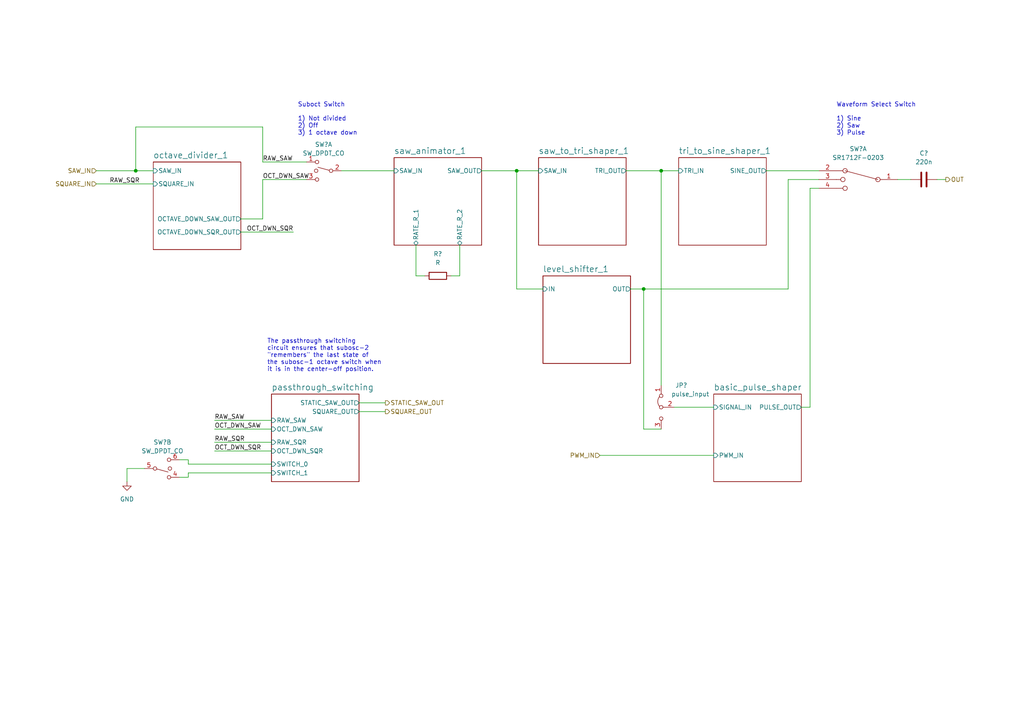
<source format=kicad_sch>
(kicad_sch (version 20211123) (generator eeschema)
  (paper "A4")
  (title_block (title "Josh Ox Ribon Synth Main VCO board") (date "2022-06-18") (rev "0") (comment 2 "creativecommons.org/licences/by/4.0") (comment 3 "license: CC by 4.0") (comment 4 "Author: Jordan Acete"))
  (lib_symbols
    (symbol "Device:C" (pin_numbers hide) (pin_names (offset 0.254))
      (property "Reference" "C" (at 0.635 2.54 0))
      (property "Value" "C" (at 0.635 -2.54 0))
      (symbol "C_0_1"
        (polyline (pts (xy -2.032 -0.762) (xy 2.032 -0.762)) (stroke (width 0.508)))
        (polyline (pts (xy -2.032 0.762) (xy 2.032 0.762)) (stroke (width 0.508)))
      )
      (symbol "C_1_1"
        (pin passive line (at 0 3.81 270) (length 2.794) (name "~") (number "1"))
        (pin passive line (at 0 -3.81 90) (length 2.794) (name "~") (number "2"))
      )
    )
    (symbol "Device:R" (pin_numbers hide) (pin_names (offset 0))
      (property "Reference" "R" (at 2.032 0 90))
      (property "Value" "R" (at 0 0 90))
      (symbol "R_0_1"
        (rectangle (start -1.016 -2.54) (end 1.016 2.54) (stroke (width 0.254)))
      )
      (symbol "R_1_1"
        (pin passive line (at 0 3.81 270) (length 1.27) (name "~") (number "1"))
        (pin passive line (at 0 -3.81 90) (length 1.27) (name "~") (number "2"))
      )
    )
    (symbol "Jumper:Jumper_3_Bridged12" (pin_names (offset 0) hide)
      (property "Reference" "JP" (at -2.54 -2.54 0))
      (property "Value" "Jumper_3_Bridged12" (at 0 2.794 0))
      (symbol "Jumper_3_Bridged12_0_0"
        (circle (center -3.302 0) (radius 0.508))
        (circle (center 0 0) (radius 0.508))
        (circle (center 3.302 0) (radius 0.508))
      )
      (symbol "Jumper_3_Bridged12_0_1"
        (arc (start -0.254 0.508) (mid -1.651 0.9912) (end -3.048 0.508))
        (polyline (pts (xy 0 -1.27) (xy 0 -0.508)))
      )
      (symbol "Jumper_3_Bridged12_1_1"
        (pin passive line (at -6.35 0 0) (length 2.54) (name "A") (number "1"))
        (pin passive line (at 0 -3.81 90) (length 2.54) (name "C") (number "2"))
        (pin passive line (at 6.35 0 180) (length 2.54) (name "B") (number "3"))
      )
    )
    (symbol "custom_symbols:SR1712F-0203" (pin_names (offset 1.016) hide)
      (property "Reference" "SW" (at 0 5.08 0))
      (property "Value" "SR1712F-0203" (at 0 -5.08 0))
      (symbol "SR1712F-0203_0_0"
        (circle (center -4.445 0) (radius 0.635))
        (polyline (pts (xy -4.445 0) (xy 5.08 2.54)))
        (polyline (pts (xy 5.715 -2.54) (xy 7.62 -2.54)))
        (polyline (pts (xy 5.715 2.54) (xy 7.62 2.54)))
        (polyline (pts (xy 6.35 0) (xy 7.62 0)))
        (circle (center 5.08 -2.54) (radius 0.635))
        (circle (center 5.08 2.54) (radius 0.635))
        (circle (center 5.715 0) (radius 0.635))
      )
      (symbol "SR1712F-0203_1_1"
        (pin passive line (at -10.16 0 0) (length 5.08) (name "1") (number "1"))
        (pin passive line (at 12.7 2.54 180) (length 5.08) (name "2") (number "2"))
        (pin passive line (at 12.7 0 180) (length 5.08) (name "3") (number "3"))
        (pin passive line (at 12.7 -2.54 180) (length 5.08) (name "4") (number "4"))
      )
      (symbol "SR1712F-0203_2_1"
        (pin passive line (at -10.16 0 0) (length 5.08) (name "10") (number "10"))
        (pin passive line (at 12.7 2.54 180) (length 5.08) (name "6") (number "6"))
        (pin passive line (at 12.7 0 180) (length 5.08) (name "7") (number "7"))
        (pin passive line (at 12.7 -2.54 180) (length 5.08) (name "8") (number "8"))
      )
    )
    (symbol "custom_symbols:SW_DPDT_CO" (pin_names (offset 0) hide)
      (property "Reference" "SW" (at 0 5.08 0))
      (property "Value" "SW_DPDT_CO" (at 0 -5.08 0))
      (symbol "SW_DPDT_CO_0_0"
        (circle (center -2.032 0) (radius 0.508))
        (polyline (pts (xy -1.524 0.127) (xy 1.778 1.016)))
        (circle (center 2.032 -2.54) (radius 0.508))
      )
      (symbol "SW_DPDT_CO_0_1"
        (circle (center 2.032 2.54) (radius 0.508))
        (circle (center 2.286 0) (radius 0.508))
      )
      (symbol "SW_DPDT_CO_1_1"
        (pin passive line (at 5.08 2.54 180) (length 2.54) (name "1") (number "1"))
        (pin passive line (at -5.08 0 0) (length 2.54) (name "2") (number "2"))
        (pin passive line (at 5.08 -2.54 180) (length 2.54) (name "3") (number "3"))
      )
      (symbol "SW_DPDT_CO_2_1"
        (pin passive line (at 5.08 2.54 180) (length 2.54) (name "4") (number "4"))
        (pin passive line (at -5.08 0 0) (length 2.54) (name "5") (number "5"))
        (pin passive line (at 5.08 -2.54 180) (length 2.54) (name "6") (number "6"))
      )
    )
    (symbol "power:GND" (power) (pin_names (offset 0))
      (property "Value" "GND" (at 0 -3.81 0))
      (symbol "GND_0_1"
        (polyline (pts (xy 0 0) (xy 0 -1.27) (xy 1.27 -1.27) (xy 0 -2.54) (xy -1.27 -1.27) (xy 0 -1.27)))
      )
      (symbol "GND_1_1"
        (pin power_in line (at 0 0 270) (length 0) hide (name "GND") (number "1"))
      )
    )
  )
  (junction (at 186.69 83.82))
  (junction (at 149.86 49.53))
  (junction (at 191.77 49.53))
  (junction (at 39.37 49.53))
  (wire (pts (xy 52.07 138.43) (xy 54.61 138.43)))
  (wire (pts (xy 191.77 124.46) (xy 186.69 124.46)))
  (wire (pts (xy 181.61 49.53) (xy 191.77 49.53)))
  (wire (pts (xy 39.37 49.53) (xy 44.45 49.53)))
  (wire (pts (xy 234.95 54.61) (xy 237.49 54.61)))
  (wire (pts (xy 234.95 118.11) (xy 234.95 54.61)))
  (wire (pts (xy 191.77 49.53) (xy 196.85 49.53)))
  (wire (pts (xy 62.23 121.92) (xy 78.74 121.92)))
  (wire (pts (xy 54.61 134.62) (xy 78.74 134.62)))
  (wire (pts (xy 104.14 119.38) (xy 111.76 119.38)))
  (wire (pts (xy 69.85 63.5) (xy 76.2 63.5)))
  (wire (pts (xy 62.23 128.27) (xy 78.74 128.27)))
  (wire (pts (xy 149.86 49.53) (xy 156.21 49.53)))
  (wire (pts (xy 36.83 135.89) (xy 41.91 135.89)))
  (wire (pts (xy 271.78 52.07) (xy 274.32 52.07)))
  (wire (pts (xy 120.65 80.01) (xy 123.19 80.01)))
  (wire (pts (xy 36.83 135.89) (xy 36.83 139.7)))
  (wire (pts (xy 232.41 118.11) (xy 234.95 118.11)))
  (wire (pts (xy 62.23 130.81) (xy 78.74 130.81)))
  (wire (pts (xy 186.69 83.82) (xy 228.6 83.82)))
  (wire (pts (xy 120.65 71.12) (xy 120.65 80.01)))
  (wire (pts (xy 182.88 83.82) (xy 186.69 83.82)))
  (wire (pts (xy 228.6 83.82) (xy 228.6 52.07)))
  (wire (pts (xy 133.35 80.01) (xy 130.81 80.01)))
  (wire (pts (xy 222.25 49.53) (xy 237.49 49.53)))
  (wire (pts (xy 39.37 49.53) (xy 39.37 36.83)))
  (wire (pts (xy 99.06 49.53) (xy 114.3 49.53)))
  (wire (pts (xy 76.2 52.07) (xy 88.9 52.07)))
  (wire (pts (xy 195.58 118.11) (xy 207.01 118.11)))
  (wire (pts (xy 76.2 46.99) (xy 88.9 46.99)))
  (wire (pts (xy 62.23 124.46) (xy 78.74 124.46)))
  (wire (pts (xy 69.85 67.31) (xy 85.09 67.31)))
  (wire (pts (xy 191.77 49.53) (xy 191.77 111.76)))
  (wire (pts (xy 27.94 49.53) (xy 39.37 49.53)))
  (wire (pts (xy 54.61 133.35) (xy 52.07 133.35)))
  (wire (pts (xy 260.35 52.07) (xy 264.16 52.07)))
  (wire (pts (xy 149.86 83.82) (xy 149.86 49.53)))
  (wire (pts (xy 173.99 132.08) (xy 207.01 132.08)))
  (wire (pts (xy 27.94 53.34) (xy 44.45 53.34)))
  (wire (pts (xy 39.37 36.83) (xy 76.2 36.83)))
  (wire (pts (xy 139.7 49.53) (xy 149.86 49.53)))
  (wire (pts (xy 54.61 137.16) (xy 54.61 138.43)))
  (wire (pts (xy 76.2 63.5) (xy 76.2 52.07)))
  (wire (pts (xy 78.74 137.16) (xy 54.61 137.16)))
  (wire (pts (xy 228.6 52.07) (xy 237.49 52.07)))
  (wire (pts (xy 186.69 124.46) (xy 186.69 83.82)))
  (wire (pts (xy 76.2 36.83) (xy 76.2 46.99)))
  (wire (pts (xy 54.61 134.62) (xy 54.61 133.35)))
  (wire (pts (xy 104.14 116.84) (xy 111.76 116.84)))
  (wire (pts (xy 157.48 83.82) (xy 149.86 83.82)))
  (wire (pts (xy 133.35 71.12) (xy 133.35 80.01)))
  (text "Waveform Select Switch\n\n1) Sine\n2) Saw\n3) Pulse" (at 242.57 39.37 0) (effects (font (size 1.27 1.27)) (justify left bottom)))
  (text "Suboct Switch\n\n1) Not divided\n2) Off\n3) 1 octave down" (at 86.36 39.37 0) (effects (font (size 1.27 1.27)) (justify left bottom)))
  (text "The passthrough switching\ncircuit ensures that subosc-2 \n\"remembers\" the last state of \nthe subosc-1 octave switch when \nit is in the center-off position." (at 77.47 107.95 0) (effects (font (size 1.27 1.27)) (justify left bottom)))
  (label "RAW_SAW" (at 76.2 46.99 0))
  (label "RAW_SQR" (at 31.75 53.34 0))
  (label "OCT_DWN_SQR" (at 85.09 67.31 180))
  (label "OCT_DWN_SAW" (at 62.23 124.46 0))
  (label "OCT_DWN_SQR" (at 62.23 130.81 0))
  (label "OCT_DWN_SAW" (at 76.2 52.07 0))
  (label "RAW_SAW" (at 62.23 121.92 0))
  (label "RAW_SQR" (at 62.23 128.27 0))
  (hierarchical_label "SAW_IN" (shape input) (at 27.94 49.53 180))
  (hierarchical_label "STATIC_SAW_OUT" (shape output) (at 111.76 116.84 0))
  (hierarchical_label "OUT" (shape output) (at 274.32 52.07 0))
  (hierarchical_label "PWM_IN" (shape input) (at 173.99 132.08 180))
  (hierarchical_label "SQUARE_OUT" (shape output) (at 111.76 119.38 0))
  (hierarchical_label "SQUARE_IN" (shape input) (at 27.94 53.34 180))
  (symbol (lib_id "custom_symbols:SW_DPDT_CO") (at 46.99 135.89 0) (mirror x) (unit 2)
    (property "Reference" "SW?" (at 47.117 128.27 0))
    (property "Value" "SW_DPDT_CO" (at 47.117 130.81 0))
    (property "Footprint" "custom_footprints:DPDT_mini_toggle" (effects hide))
  )
  (symbol (lib_id "custom_symbols:SW_DPDT_CO") (at 93.98 49.53 0) (mirror y) (unit 1)
    (property "Reference" "SW?" (at 93.853 41.91 0))
    (property "Value" "SW_DPDT_CO" (at 93.853 44.45 0))
    (property "Footprint" "custom_footprints:DPDT_mini_toggle" (effects hide))
  )
  (symbol (lib_id "power:GND") (at 36.83 139.7 0) (unit 1)
    (property "Reference" "#PWR?" (effects hide))
    (property "Value" "GND" (at 36.83 144.78 0))
  )
  (symbol (lib_id "Device:R") (at 127 80.01 90) (unit 1)
    (property "Reference" "R?" (at 127 73.66 90))
    (property "Value" "R" (at 127 76.2 90))
  )
  (symbol (lib_id "custom_symbols:SR1712F-0203") (at 250.19 52.07 0) (mirror y) (unit 1)
    (property "Reference" "SW?" (at 248.92 43.18 0))
    (property "Value" "SR1712F-0203" (at 248.92 45.72 0))
    (property "Footprint" "custom_footprints:SR1712F_rotary_switch" (effects hide))
  )
  (symbol (lib_id "Jumper:Jumper_3_Bridged12") (at 191.77 118.11 90) (mirror x) (unit 1)
    (property "Reference" "JP?" (at 199.39 111.76 90) (effects (justify left)))
    (property "Value" "pulse_input" (at 205.74 114.3 90) (effects (justify left)))
  )
  (symbol (lib_id "Device:C") (at 267.97 52.07 90) (unit 1)
    (property "Reference" "C?" (at 267.97 44.45 90))
    (property "Value" "220n" (at 267.97 46.99 90))
  )
  (sheet (at 78.74 114.3) (size 25.4 25.4) (stroke (width 0.1524))
    (property "Sheet name" "passthrough_switching" (at 78.74 113.3484 0) (effects (font (size 1.75 1.75)) (justify left bottom)))
    (property "Sheet file" "passthrough_switching.kicad_sch" (effects hide))
    (pin "RAW_SQR" input (at 78.74 128.27 180))
    (pin "RAW_SAW" input (at 78.74 121.92 180))
    (pin "OCT_DWN_SAW" input (at 78.74 124.46 180))
    (pin "OCT_DWN_SQR" input (at 78.74 130.81 180))
    (pin "SWITCH_0" input (at 78.74 134.62 180))
    (pin "SWITCH_1" input (at 78.74 137.16 180))
    (pin "STATIC_SAW_OUT" output (at 104.14 116.84 0))
    (pin "SQUARE_OUT" output (at 104.14 119.38 0))
  )
  (sheet (at 196.85 45.72) (size 25.4 25.4) (stroke (width 0.1524))
    (property "Sheet name" "tri_to_sine_shaper_1" (at 196.85 44.7684 0) (effects (font (size 1.75 1.75)) (justify left bottom)))
    (property "Sheet file" "tri_to_sine_shaper.kicad_sch" (effects hide))
    (pin "TRI_IN" input (at 196.85 49.53 180))
    (pin "SINE_OUT" output (at 222.25 49.53 0))
  )
  (sheet (at 156.21 45.72) (size 25.4 25.4) (stroke (width 0.1524))
    (property "Sheet name" "saw_to_tri_shaper_1" (at 156.21 44.7684 0) (effects (font (size 1.75 1.75)) (justify left bottom)))
    (property "Sheet file" "saw_to_tri_shaper.kicad_sch" (effects hide))
    (pin "SAW_IN" input (at 156.21 49.53 180))
    (pin "TRI_OUT" output (at 181.61 49.53 0))
  )
  (sheet (at 44.45 46.99) (size 25.4 25.4) (stroke (width 0.1524))
    (property "Sheet name" "octave_divider_1" (at 44.45 46.0384 0) (effects (font (size 1.75 1.75)) (justify left bottom)))
    (property "Sheet file" "octave_divider.kicad_sch" (effects hide))
    (pin "OCTAVE_DOWN_SAW_OUT" output (at 69.85 63.5 0))
    (pin "OCTAVE_DOWN_SQR_OUT" output (at 69.85 67.31 0))
    (pin "SQUARE_IN" input (at 44.45 53.34 180))
    (pin "SAW_IN" input (at 44.45 49.53 180))
  )
  (sheet (at 157.48 80.01) (size 25.4 25.4) (stroke (width 0.1524))
    (property "Sheet name" "level_shifter_1" (at 157.48 79.0584 0) (effects (font (size 1.75 1.75)) (justify left bottom)))
    (property "Sheet file" "level_shifter.kicad_sch" (effects hide))
    (pin "OUT" output (at 182.88 83.82 0))
    (pin "IN" input (at 157.48 83.82 180))
  )
  (sheet (at 114.3 45.72) (size 25.4 25.4) (stroke (width 0.1524))
    (property "Sheet name" "saw_animator_1" (at 114.3 44.7684 0) (effects (font (size 1.75 1.75)) (justify left bottom)))
    (property "Sheet file" "saw_animator.kicad_sch" (effects hide))
    (pin "SAW_OUT" output (at 139.7 49.53 0))
    (pin "SAW_IN" input (at 114.3 49.53 180))
    (pin "RATE_R_2" bidirectional (at 133.35 71.12 270))
    (pin "RATE_R_1" bidirectional (at 120.65 71.12 270))
  )
  (sheet (at 207.01 114.3) (size 25.4 25.4) (stroke (width 0.1524))
    (property "Sheet name" "basic_pulse_shaper" (at 207.01 113.3484 0) (effects (font (size 1.75 1.75)) (justify left bottom)))
    (property "Sheet file" "basic_pulse_shaper.kicad_sch" (effects hide))
    (pin "PULSE_OUT" output (at 232.41 118.11 0))
    (pin "SIGNAL_IN" input (at 207.01 118.11 180))
    (pin "PWM_IN" input (at 207.01 132.08 180))
  )
)
</source>
